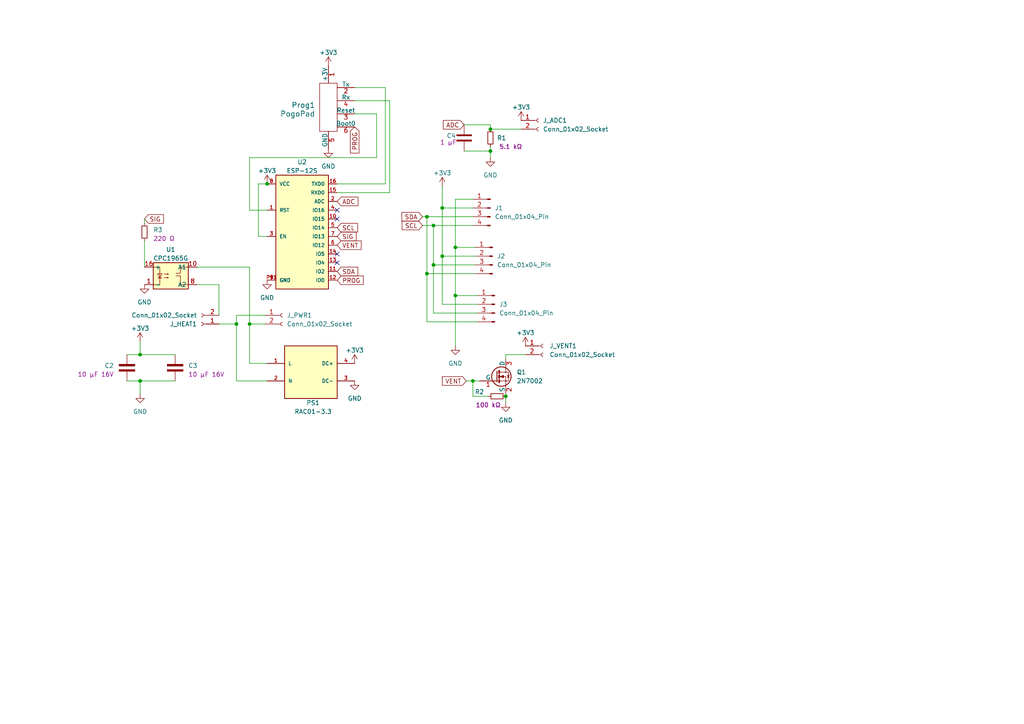
<source format=kicad_sch>
(kicad_sch (version 20230121) (generator eeschema)
  (paper "A4")
  (lib_symbols
    (symbol "Connector:Conn_01x02_Socket" (pin_names (offset 1.016) hide)
      (property "Reference" "J" (at 0 2.54 0))
      (property "Value" "Conn_01x02_Socket" (at 0 -5.08 0))
      (symbol "Conn_01x02_Socket_1_1"
        (arc (start 0 -2.032) (mid -0.5058 -2.54) (end 0 -3.048) (stroke (width 0.1524)))
        (polyline (pts (xy -1.27 -2.54) (xy -0.508 -2.54)) (stroke (width 0.1524)))
        (polyline (pts (xy -1.27 0) (xy -0.508 0)) (stroke (width 0.1524)))
        (arc (start 0 0.508) (mid -0.5058 0) (end 0 -0.508) (stroke (width 0.1524)))
        (pin passive line (at -5.08 0 0) (length 3.81) (name "Pin_1") (number "1"))
        (pin passive line (at -5.08 -2.54 0) (length 3.81) (name "Pin_2") (number "2"))
      )
    )
    (symbol "Connector:Conn_01x04_Pin" (pin_names (offset 1.016) hide)
      (property "Reference" "J" (at 0 5.08 0))
      (property "Value" "Conn_01x04_Pin" (at 0 -7.62 0))
      (symbol "Conn_01x04_Pin_1_1"
        (polyline (pts (xy 1.27 -5.08) (xy 0.8636 -5.08)) (stroke (width 0.1524)))
        (polyline (pts (xy 1.27 -2.54) (xy 0.8636 -2.54)) (stroke (width 0.1524)))
        (polyline (pts (xy 1.27 0) (xy 0.8636 0)) (stroke (width 0.1524)))
        (polyline (pts (xy 1.27 2.54) (xy 0.8636 2.54)) (stroke (width 0.1524)))
        (rectangle (start 0.8636 -4.953) (end 0 -5.207) (stroke (width 0.1524)) (fill (type outline)))
        (rectangle (start 0.8636 -2.413) (end 0 -2.667) (stroke (width 0.1524)) (fill (type outline)))
        (rectangle (start 0.8636 0.127) (end 0 -0.127) (stroke (width 0.1524)) (fill (type outline)))
        (rectangle (start 0.8636 2.667) (end 0 2.413) (stroke (width 0.1524)) (fill (type outline)))
        (pin passive line (at 5.08 2.54 180) (length 3.81) (name "Pin_1") (number "1"))
        (pin passive line (at 5.08 0 180) (length 3.81) (name "Pin_2") (number "2"))
        (pin passive line (at 5.08 -2.54 180) (length 3.81) (name "Pin_3") (number "3"))
        (pin passive line (at 5.08 -5.08 180) (length 3.81) (name "Pin_4") (number "4"))
      )
    )
    (symbol "localparts:CP_10µ_16V_0603" (pin_numbers hide) (pin_names (offset 0.254))
      (property "Reference" "C3" (at -3.048 1.016 0))
      (property "Display" "10 µF 16V" (at -3.048 -1.27 0))
      (symbol "CP_10µ_16V_0603_0_1"
        (rectangle (start -2.286 -0.508) (end 2.286 -1.016) (fill (type outline)))
        (rectangle (start -2.286 1.016) (end 2.286 0.508) (fill (type outline)))
      )
      (symbol "CP_10µ_16V_0603_1_1"
        (pin passive line (at 0 3.81 270) (length 2.794) (name "~") (number "1"))
        (pin passive line (at 0 -3.81 90) (length 2.794) (name "~") (number "2"))
      )
    )
    (symbol "localparts:CP_1µ_10V_0603" (pin_numbers hide) (pin_names (offset 0.254))
      (property "Reference" "C" (at -3.175 1.27 0))
      (property "Display" "1 µF" (at -3.175 -1.27 0))
      (symbol "CP_1µ_10V_0603_0_1"
        (polyline (pts (xy -2.032 -0.762) (xy 2.032 -0.762)) (stroke (width 0.508)))
        (polyline (pts (xy -2.032 0.762) (xy 2.032 0.762)) (stroke (width 0.508)))
      )
      (symbol "CP_1µ_10V_0603_1_1"
        (pin passive line (at 0 3.81 270) (length 2.794) (name "~") (number "1"))
        (pin passive line (at 0 -3.81 90) (length 2.794) (name "~") (number "2"))
      )
    )
    (symbol "localparts:R_100k_0603" (pin_numbers hide) (pin_names (offset 0.254) hide)
      (property "Reference" "R" (at -1.27 0.635 0))
      (property "Display" "100 kΩ" (at -1.27 -1.27 0))
      (symbol "R_100k_0603_0_1"
        (rectangle (start -0.762 1.778) (end 0.762 -1.778) (stroke (width 0.2032)))
      )
      (symbol "R_100k_0603_1_1"
        (pin passive line (at 0 2.54 270) (length 0.762) (name "~") (number "1"))
        (pin passive line (at 0 -2.54 90) (length 0.762) (name "~") (number "2"))
      )
    )
    (symbol "localparts:R_220_0603" (pin_numbers hide) (pin_names (offset 0.254) hide)
      (property "Reference" "R" (at -1.27 1.143 0))
      (property "Display" "220 Ω" (at -1.27 -1.016 0))
      (symbol "R_220_0603_0_1"
        (rectangle (start -0.762 1.778) (end 0.762 -1.778) (stroke (width 0.2032)))
      )
      (symbol "R_220_0603_1_1"
        (pin passive line (at 0 2.54 270) (length 0.762) (name "~") (number "1"))
        (pin passive line (at 0 -2.54 90) (length 0.762) (name "~") (number "2"))
      )
    )
    (symbol "localparts:R_5k1_0603" (pin_numbers hide) (pin_names (offset 0.254) hide)
      (property "Reference" "R" (at -1.27 0.635 0))
      (property "Value" "R_5k1_0603" (at 2.54 -1.27 0))
      (property "Display" "5.1 kΩ" (at -1.27 -1.27 0))
      (symbol "R_5k1_0603_0_1"
        (rectangle (start -0.762 1.778) (end 0.762 -1.778) (stroke (width 0.2032)))
      )
      (symbol "R_5k1_0603_1_1"
        (pin passive line (at 0 2.54 270) (length 0.762) (name "~") (number "1"))
        (pin passive line (at 0 -2.54 90) (length 0.762) (name "~") (number "2"))
      )
    )
    (symbol "localstuff:+3.3V" (power) (pin_names (offset 0))
      (property "Value" "+3.3V" (at 0 3.556 0))
      (symbol "+3.3V_0_1"
        (polyline (pts (xy -0.762 1.27) (xy 0 2.54)))
        (polyline (pts (xy 0 0) (xy 0 2.54)))
        (polyline (pts (xy 0 2.54) (xy 0.762 1.27)))
      )
      (symbol "+3.3V_1_1"
        (pin power_in line (at 0 0 90) (length 0) hide (name "+3V3") (number "1"))
      )
    )
    (symbol "localstuff:2N7002" (pin_names (offset 0))
      (property "Reference" "Q" (at 5.08 1.905 0))
      (property "Value" "2N7002" (at 5.08 0 0))
      (symbol "2N7002_0_1"
        (polyline (pts (xy 0.635 -1.016) (xy 0.635 -1.651)) (stroke (width 0.508)))
        (polyline (pts (xy 0.635 0.381) (xy 0.635 -0.381)) (stroke (width 0.508)))
        (polyline (pts (xy 0.635 1.651) (xy 0.635 1.016)) (stroke (width 0.508)))
        (polyline (pts (xy 3.048 0.381) (xy 2.921 0.254)))
        (polyline (pts (xy 3.048 0.381) (xy 3.556 0.381)))
        (polyline (pts (xy 3.556 0.381) (xy 3.683 0.508)))
        (polyline (pts (xy 0 1.524) (xy 0 -1.524) (xy 0 -1.524)) (stroke (width 0.254)))
        (polyline (pts (xy 0.762 -1.27) (xy 2.54 -1.27) (xy 2.54 -2.54) (xy 2.54 -2.54)))
        (polyline (pts (xy 0.762 1.27) (xy 2.54 1.27) (xy 2.54 2.54) (xy 2.54 2.54)))
        (polyline (pts (xy 2.54 1.27) (xy 3.302 1.27) (xy 3.302 -1.27) (xy 2.54 -1.27)))
        (polyline (pts (xy 3.302 0.381) (xy 3.048 -0.254) (xy 3.556 -0.254) (xy 3.302 0.381)) (fill (type outline)))
        (polyline (pts (xy 0.762 0) (xy 1.27 0) (xy 2.54 0) (xy 2.54 -1.27) (xy 2.54 -1.27)))
        (polyline (pts (xy 0.889 0) (xy 1.905 0.381) (xy 1.905 -0.381) (xy 0.889 0) (xy 1.016 0) (xy 1.016 0)) (fill (type outline)))
        (circle (center 1.27 0) (radius 2.8194) (stroke (width 0.254)))
        (circle (center 2.54 -1.27) (radius 0.127))
        (circle (center 2.54 1.27) (radius 0.127))
      )
      (symbol "2N7002_1_1"
        (pin passive line (at -5.08 -1.27 0) (length 5.08) (name "G") (number "1"))
        (pin passive line (at 2.54 -5.08 90) (length 2.54) (name "S") (number "2"))
        (pin passive line (at 2.54 5.08 270) (length 2.54) (name "D") (number "3"))
      )
    )
    (symbol "localstuff:CPC1965G"
      (property "Reference" "U" (at -5.08 5.08 0))
      (property "Value" "CPC1965G" (at 0 5.08 0))
      (symbol "CPC1965G_0_1"
        (rectangle (start -5.08 3.81) (end 5.08 -3.81) (stroke (width 0.254)) (fill (type background)))
        (polyline (pts (xy -3.81 -0.635) (xy -2.54 -0.635)))
        (polyline (pts (xy -5.08 2.54) (xy -3.175 2.54) (xy -3.175 -2.54) (xy -5.08 -2.54)))
        (polyline (pts (xy -3.175 -0.635) (xy -3.81 0.635) (xy -2.54 0.635) (xy -3.175 -0.635)))
        (polyline (pts (xy 1.524 0) (xy 2.794 0) (xy 2.794 -2.54) (xy 5.08 -2.54)))
        (polyline (pts (xy 1.524 0.762) (xy 2.794 0.762) (xy 2.794 2.54) (xy 5.08 2.54)))
        (polyline (pts (xy -1.905 -0.508) (xy -0.635 -0.508) (xy -1.016 -0.635) (xy -1.016 -0.381) (xy -0.635 -0.508)))
        (polyline (pts (xy -1.905 0.508) (xy -0.635 0.508) (xy -1.016 0.381) (xy -1.016 0.635) (xy -0.635 0.508)))
      )
      (symbol "CPC1965G_1_1"
        (pin passive line (at -7.62 -2.54 0) (length 2.54) (name "-") (number "1"))
        (pin passive line (at 7.62 2.54 180) (length 2.54) (name "A1") (number "10"))
        (pin passive line (at -7.62 2.54 0) (length 2.54) (name "+") (number "16"))
        (pin passive line (at 7.62 -2.54 180) (length 2.54) (name "A2") (number "8"))
      )
    )
    (symbol "localstuff:ESP-12S" (pin_names (offset 1.016))
      (property "Reference" "U" (at -7.62 18.034 0))
      (property "Value" "ESP-12S" (at -7.62 -15.494 0))
      (symbol "ESP-12S_0_0"
        (rectangle (start -7.62 -15.24) (end 7.62 17.78) (stroke (width 0.254)) (fill (type background)))
        (pin bidirectional line (at -10.16 7.62 0) (length 2.54) (name "RST") (number "1"))
        (pin bidirectional line (at 10.16 5.08 180) (length 2.54) (name "IO15") (number "10"))
        (pin bidirectional line (at 10.16 -10.16 180) (length 2.54) (name "IO2") (number "11"))
        (pin bidirectional line (at 10.16 -12.7 180) (length 2.54) (name "IO0") (number "12"))
        (pin bidirectional line (at 10.16 -7.62 180) (length 2.54) (name "IO4") (number "13"))
        (pin bidirectional line (at 10.16 -5.08 180) (length 2.54) (name "IO5") (number "14"))
        (pin bidirectional line (at 10.16 12.7 180) (length 2.54) (name "RXD0") (number "15"))
        (pin bidirectional line (at 10.16 15.24 180) (length 2.54) (name "TXD0") (number "16"))
        (pin bidirectional line (at 10.16 10.16 180) (length 2.54) (name "ADC") (number "2"))
        (pin bidirectional line (at -10.16 0 0) (length 2.54) (name "EN") (number "3"))
        (pin bidirectional line (at 10.16 7.62 180) (length 2.54) (name "IO16") (number "4"))
        (pin bidirectional line (at 10.16 2.54 180) (length 2.54) (name "IO14") (number "5"))
        (pin bidirectional line (at 10.16 -2.54 180) (length 2.54) (name "IO12") (number "6"))
        (pin bidirectional line (at 10.16 0 180) (length 2.54) (name "IO13") (number "7"))
        (pin bidirectional line (at -10.16 15.24 0) (length 2.54) (name "VCC") (number "8"))
        (pin bidirectional line (at -10.16 -12.7 0) (length 2.54) (name "GND") (number "9"))
        (pin bidirectional line (at -10.16 -12.7 0) (length 2.54) (name "GND") (number "P$1"))
      )
    )
    (symbol "localstuff:GND" (power) (pin_names (offset 0))
      (property "Value" "GND" (at 0 -3.81 0))
      (symbol "GND_0_1"
        (polyline (pts (xy 0 0) (xy 0 -1.27) (xy 1.27 -1.27) (xy 0 -2.54) (xy -1.27 -1.27) (xy 0 -1.27)))
      )
      (symbol "GND_1_1"
        (pin power_in line (at 0 0 270) (length 0) hide (name "GND") (number "1"))
      )
    )
    (symbol "localstuff:PogoPad" (pin_names (offset 0))
      (property "Reference" "Prog" (at -3.81 2.54 90))
      (property "Value" "PogoPad" (at -1.27 -7.62 90))
      (symbol "PogoPad_0_1"
        (rectangle (start -2.54 -7.62) (end 2.54 6.35))
      )
      (symbol "PogoPad_1_1"
        (pin power_out line (at 0 11.43 270) (length 5.08) (name "+3V") (number "1"))
        (pin input line (at 7.62 5.08 180) (length 5.08) (name "Tx") (number "2"))
        (pin output line (at 7.62 -2.54 180) (length 5.08) (name "Reset") (number "3"))
        (pin output line (at 7.62 1.27 180) (length 5.08) (name "Rx") (number "4"))
        (pin power_out line (at 0 -12.7 90) (length 5.08) (name "GND") (number "5"))
        (pin output line (at 7.62 -6.35 180) (length 5.08) (name "Boot0") (number "6"))
      )
    )
    (symbol "localstuff:RAC01-3.3" (pin_names (offset 1.016))
      (property "Reference" "PS" (at -7.116 8.1326 0))
      (property "Value" "RAC01-3.3" (at -7.6297 -10.1729 0))
      (symbol "RAC01-3.3_0_0"
        (rectangle (start -7.62 -7.62) (end 7.62 7.62) (stroke (width 0.254)) (fill (type background)))
        (pin input line (at -12.7 2.54 0) (length 5.08) (name "L") (number "1"))
        (pin input line (at -12.7 -2.54 0) (length 5.08) (name "N") (number "2"))
      )
      (symbol "RAC01-3.3_1_0"
        (pin output line (at 12.7 -2.54 180) (length 5.08) (name "DC-") (number "3"))
        (pin output line (at 12.7 2.54 180) (length 5.08) (name "DC+") (number "4"))
      )
    )
  )
  (junction (at 132.08 71.755))
  (junction (at 137.16 110.49))
  (junction (at 123.825 62.865))
  (junction (at 125.73 76.835))
  (junction (at 142.24 37.465))
  (junction (at 72.39 93.98))
  (junction (at 132.08 85.725))
  (junction (at 128.27 60.325))
  (junction (at 40.64 102.87))
  (junction (at 128.27 74.295))
  (junction (at 40.64 110.49))
  (junction (at 142.24 43.815))
  (junction (at 77.47 53.34))
  (junction (at 125.73 65.405))
  (junction (at 123.825 79.375))
  (junction (at 68.58 93.98))
  (junction (at 146.685 114.935))
  (no_connect (at 97.79 63.5))
  (no_connect (at 97.79 73.66))
  (no_connect (at 97.79 76.2))
  (no_connect (at 97.79 60.96))
  (wire (pts (xy 72.39 45.72) (xy 109.22 45.72)))
  (wire (pts (xy 138.43 88.265) (xy 128.27 88.265)))
  (wire (pts (xy 123.825 79.375) (xy 123.825 62.865)))
  (wire (pts (xy 128.27 74.295) (xy 128.27 60.325)))
  (wire (pts (xy 152.4 102.87) (xy 146.685 102.87)))
  (wire (pts (xy 41.91 69.85) (xy 41.91 77.47)))
  (wire (pts (xy 74.93 53.34) (xy 77.47 53.34)))
  (wire (pts (xy 128.27 88.265) (xy 128.27 74.295)))
  (wire (pts (xy 141.605 114.935) (xy 137.16 114.935)))
  (wire (pts (xy 142.24 37.465) (xy 151.13 37.465)))
  (wire (pts (xy 77.47 60.96) (xy 72.39 60.96)))
  (wire (pts (xy 72.39 77.47) (xy 72.39 93.98)))
  (wire (pts (xy 102.87 29.21) (xy 113.03 29.21)))
  (wire (pts (xy 97.79 53.34) (xy 111.76 53.34)))
  (wire (pts (xy 142.24 36.195) (xy 142.24 37.465)))
  (wire (pts (xy 128.27 60.325) (xy 137.16 60.325)))
  (wire (pts (xy 146.685 114.3) (xy 146.685 114.935)))
  (wire (pts (xy 137.16 57.785) (xy 132.08 57.785)))
  (wire (pts (xy 142.24 45.72) (xy 142.24 43.815)))
  (wire (pts (xy 72.39 93.98) (xy 76.835 93.98)))
  (wire (pts (xy 137.795 74.295) (xy 128.27 74.295)))
  (wire (pts (xy 68.58 91.44) (xy 68.58 93.98)))
  (wire (pts (xy 138.43 93.345) (xy 123.825 93.345)))
  (wire (pts (xy 137.16 110.49) (xy 139.065 110.49)))
  (wire (pts (xy 97.79 55.88) (xy 113.03 55.88)))
  (wire (pts (xy 36.83 102.87) (xy 40.64 102.87)))
  (wire (pts (xy 137.795 76.835) (xy 125.73 76.835)))
  (wire (pts (xy 41.91 64.77) (xy 41.91 63.5)))
  (wire (pts (xy 146.685 114.935) (xy 146.685 116.84)))
  (wire (pts (xy 125.73 65.405) (xy 122.555 65.405)))
  (wire (pts (xy 40.64 110.49) (xy 40.64 114.3)))
  (wire (pts (xy 57.15 82.55) (xy 63.5 82.55)))
  (wire (pts (xy 132.08 85.725) (xy 132.08 71.755)))
  (wire (pts (xy 36.83 110.49) (xy 40.64 110.49)))
  (wire (pts (xy 137.795 79.375) (xy 123.825 79.375)))
  (wire (pts (xy 142.24 43.815) (xy 142.24 42.545)))
  (wire (pts (xy 125.73 76.835) (xy 125.73 65.405)))
  (wire (pts (xy 132.08 85.725) (xy 138.43 85.725)))
  (wire (pts (xy 123.825 93.345) (xy 123.825 79.375)))
  (wire (pts (xy 134.62 36.195) (xy 142.24 36.195)))
  (wire (pts (xy 111.76 25.4) (xy 111.76 53.34)))
  (wire (pts (xy 123.825 62.865) (xy 137.16 62.865)))
  (wire (pts (xy 122.555 62.865) (xy 123.825 62.865)))
  (wire (pts (xy 102.87 25.4) (xy 111.76 25.4)))
  (wire (pts (xy 77.47 110.49) (xy 68.58 110.49)))
  (wire (pts (xy 128.27 53.975) (xy 128.27 60.325)))
  (wire (pts (xy 135.255 110.49) (xy 137.16 110.49)))
  (wire (pts (xy 77.47 105.41) (xy 72.39 105.41)))
  (wire (pts (xy 63.5 93.98) (xy 68.58 93.98)))
  (wire (pts (xy 125.73 90.805) (xy 125.73 76.835)))
  (wire (pts (xy 57.15 77.47) (xy 72.39 77.47)))
  (wire (pts (xy 72.39 60.96) (xy 72.39 45.72)))
  (wire (pts (xy 40.64 110.49) (xy 50.8 110.49)))
  (wire (pts (xy 63.5 82.55) (xy 63.5 91.44)))
  (wire (pts (xy 68.58 93.98) (xy 68.58 110.49)))
  (wire (pts (xy 72.39 105.41) (xy 72.39 93.98)))
  (wire (pts (xy 76.835 91.44) (xy 68.58 91.44)))
  (wire (pts (xy 137.16 114.935) (xy 137.16 110.49)))
  (wire (pts (xy 74.93 68.58) (xy 74.93 53.34)))
  (wire (pts (xy 137.16 65.405) (xy 125.73 65.405)))
  (wire (pts (xy 132.08 71.755) (xy 137.795 71.755)))
  (wire (pts (xy 146.685 102.87) (xy 146.685 104.14)))
  (wire (pts (xy 40.64 102.87) (xy 50.8 102.87)))
  (wire (pts (xy 132.08 100.33) (xy 132.08 85.725)))
  (wire (pts (xy 138.43 90.805) (xy 125.73 90.805)))
  (wire (pts (xy 40.64 99.06) (xy 40.64 102.87)))
  (wire (pts (xy 132.08 57.785) (xy 132.08 71.755)))
  (wire (pts (xy 102.87 33.02) (xy 109.22 33.02)))
  (wire (pts (xy 77.47 68.58) (xy 74.93 68.58)))
  (wire (pts (xy 113.03 29.21) (xy 113.03 55.88)))
  (wire (pts (xy 134.62 43.815) (xy 142.24 43.815)))
  (wire (pts (xy 109.22 45.72) (xy 109.22 33.02)))
  (global_label "SDA" (shape input) (at 122.555 62.865 180) (property "Intersheetrefs" "${INTERSHEET_REFS}" (effects hide)))
  (global_label "SCL" (shape input) (at 122.555 65.405 180) (property "Intersheetrefs" "${INTERSHEET_REFS}" (effects hide)))
  (global_label "VENT" (shape input) (at 97.79 71.12 0) (property "Intersheetrefs" "${INTERSHEET_REFS}" (effects hide)))
  (global_label "ADC" (shape input) (at 97.79 58.42 0) (property "Intersheetrefs" "${INTERSHEET_REFS}" (effects hide)))
  (global_label "SIG" (shape input) (at 41.91 63.5 0) (property "Intersheetrefs" "${INTERSHEET_REFS}" (effects hide)))
  (global_label "PROG" (shape input) (at 102.87 36.83 270) (property "Intersheetrefs" "${INTERSHEET_REFS}" (effects hide)))
  (global_label "SCL" (shape input) (at 97.79 66.04 0) (property "Intersheetrefs" "${INTERSHEET_REFS}" (effects hide)))
  (global_label "SIG" (shape input) (at 97.79 68.58 0) (property "Intersheetrefs" "${INTERSHEET_REFS}" (effects hide)))
  (global_label "PROG" (shape input) (at 97.79 81.28 0) (property "Intersheetrefs" "${INTERSHEET_REFS}" (effects hide)))
  (global_label "ADC" (shape input) (at 134.62 36.195 180) (property "Intersheetrefs" "${INTERSHEET_REFS}" (effects hide)))
  (global_label "VENT" (shape input) (at 135.255 110.49 180) (property "Intersheetrefs" "${INTERSHEET_REFS}" (effects hide)))
  (global_label "SDA" (shape input) (at 97.79 78.74 0) (property "Intersheetrefs" "${INTERSHEET_REFS}" (effects hide)))
  (symbol (lib_id "localparts:R_5k1_0603") (at 142.24 40.005 0) (unit 1)
    (property "Reference" "R1" (at 144.145 40.005 0) (effects (justify left)))
    (property "Value" "R_5k1_0603" (effects hide))
    (property "Footprint" "Resistor_SMD:R_0603_1608Metric" (effects hide))
    (property "Display" "5.1 kΩ" (at 144.78 42.545 0) (effects (justify left)))
    (property "LCSC" "C23186" (effects hide))
  )
  (symbol (lib_id "localstuff:PogoPad") (at 95.25 30.48 0) (unit 1)
    (property "Reference" "Prog1" (at 91.44 30.48 0) (effects (font (size 1.524 1.524)) (justify right)))
    (property "Value" "PogoPad" (at 91.44 33.02 0) (effects (font (size 1.524 1.524)) (justify right)))
    (property "Footprint" "localstuff:2X3_PAD" (effects hide))
  )
  (symbol (lib_id "Connector:Conn_01x02_Socket") (at 157.48 100.33 0) (unit 1)
    (property "Reference" "J_VENT1" (at 159.385 100.33 0) (effects (justify left)))
    (property "Value" "Conn_01x02_Socket" (at 159.385 102.87 0) (effects (justify left)))
    (property "Footprint" "Connector_JST:JST_XA_B02B-XASK-1_1x02_P2.50mm_Vertical" (effects hide))
  )
  (symbol (lib_id "localstuff:GND") (at 41.91 82.55 0) (unit 1)
    (property "Reference" "#PWR0105" (effects hide))
    (property "Value" "GND" (at 41.91 87.63 0))
  )
  (symbol (lib_id "localstuff:GND") (at 102.87 110.49 0) (unit 1)
    (property "Reference" "#PWR0103" (effects hide))
    (property "Value" "GND" (at 102.87 115.57 0))
  )
  (symbol (lib_id "localstuff:+3.3V") (at 151.13 34.925 0) (unit 1)
    (property "Reference" "#PWR01" (effects hide))
    (property "Value" "+3.3V" (at 151.13 31.115 0))
  )
  (symbol (lib_id "localstuff:+3.3V") (at 128.27 53.975 0) (unit 1)
    (property "Reference" "#PWR04" (effects hide))
    (property "Value" "+3.3V" (at 128.27 50.165 0))
  )
  (symbol (lib_id "Connector:Conn_01x02_Socket") (at 58.42 93.98 180) (unit 1)
    (property "Reference" "J_HEAT1" (at 57.15 93.98 0) (effects (justify left)))
    (property "Value" "Conn_01x02_Socket" (at 57.15 91.44 0) (effects (justify left)))
    (property "Footprint" "localstuff:1X02_GN" (effects hide))
  )
  (symbol (lib_id "localstuff:GND") (at 77.47 81.28 0) (unit 1)
    (property "Reference" "#PWR0110" (effects hide))
    (property "Value" "GND" (at 77.47 86.36 0))
  )
  (symbol (lib_id "localparts:CP_10µ_16V_0603") (at 36.83 106.68 0) (mirror y) (unit 1)
    (property "Reference" "C2" (at 33.02 106.045 0) (effects (justify left)))
    (property "Value" "CP_10µ_16V_0603" (effects hide))
    (property "Footprint" "Capacitor_SMD:C_0603_1608Metric" (effects hide))
    (property "Display" "10 µF 16V" (at 33.02 108.585 0) (effects (justify left)))
  )
  (symbol (lib_id "localstuff:GND") (at 146.685 116.84 0) (unit 1)
    (property "Reference" "#PWR06" (effects hide))
    (property "Value" "GND" (at 146.685 121.92 0))
  )
  (symbol (lib_id "localstuff:+3.3V") (at 40.64 99.06 0) (unit 1)
    (property "Reference" "#PWR0102" (effects hide))
    (property "Value" "+3.3V" (at 40.64 95.25 0))
  )
  (symbol (lib_id "Connector:Conn_01x04_Pin") (at 142.875 74.295 0) (mirror y) (unit 1)
    (property "Reference" "J2" (at 144.145 74.295 0) (effects (justify right)))
    (property "Value" "Conn_01x04_Pin" (at 144.145 76.835 0) (effects (justify right)))
    (property "Footprint" "Connector_JST:JST_XH_B4B-XH-A_1x04_P2.50mm_Vertical" (effects hide))
  )
  (symbol (lib_id "Connector:Conn_01x02_Socket") (at 81.915 91.44 0) (unit 1)
    (property "Reference" "J_PWR1" (at 83.185 91.44 0) (effects (justify left)))
    (property "Value" "Conn_01x02_Socket" (at 83.185 93.98 0) (effects (justify left)))
    (property "Footprint" "localstuff:1X02_GN" (effects hide))
  )
  (symbol (lib_id "localstuff:GND") (at 40.64 114.3 0) (unit 1)
    (property "Reference" "#PWR0101" (effects hide))
    (property "Value" "GND" (at 40.64 119.38 0))
  )
  (symbol (lib_id "localstuff:+3.3V") (at 77.47 53.34 0) (unit 1)
    (property "Reference" "#PWR0111" (effects hide))
    (property "Value" "+3.3V" (at 77.47 49.53 0))
  )
  (symbol (lib_id "localstuff:GND") (at 132.08 100.33 0) (unit 1)
    (property "Reference" "#PWR03" (effects hide))
    (property "Value" "GND" (at 132.08 105.41 0))
  )
  (symbol (lib_id "localstuff:ESP-12S") (at 87.63 68.58 0) (unit 1)
    (property "Reference" "U2" (at 87.63 46.99 0))
    (property "Value" "ESP-12S" (at 87.63 49.53 0))
    (property "Footprint" "localstuff:ESP-12S" (effects hide))
    (property "PROD_ID" "IC-14115" (effects hide))
  )
  (symbol (lib_id "localparts:CP_1µ_10V_0603") (at 134.62 40.005 0) (unit 1)
    (property "Reference" "C4" (at 129.54 39.37 0) (effects (justify left)))
    (property "Value" "CP_1µ_10V_0603" (effects hide))
    (property "Footprint" "Capacitor_SMD:C_0603_1608Metric" (effects hide))
    (property "Farnell" "3013419" (effects hide))
    (property "Display" "1 µF" (at 127.635 41.275 0) (effects (justify left)))
    (property "LCSC" "C15849" (effects hide))
  )
  (symbol (lib_id "localstuff:2N7002") (at 144.145 109.22 0) (unit 1)
    (property "Reference" "Q1" (at 149.86 107.95 0) (effects (justify left)))
    (property "Value" "2N7002" (at 149.86 110.49 0) (effects (justify left)))
    (property "Footprint" "Package_TO_SOT_SMD:SOT-23" (effects hide))
  )
  (symbol (lib_id "localparts:CP_10µ_16V_0603") (at 50.8 106.68 0) (unit 1)
    (property "Reference" "C3" (at 54.61 106.045 0) (effects (justify left)))
    (property "Value" "CP_10µ_16V_0603" (effects hide))
    (property "Footprint" "Capacitor_SMD:C_0603_1608Metric" (effects hide))
    (property "Display" "10 µF 16V" (at 54.61 108.585 0) (effects (justify left)))
  )
  (symbol (lib_id "localparts:R_220_0603") (at 41.91 67.31 0) (unit 1)
    (property "Reference" "R3" (at 44.45 66.675 0) (effects (justify left)))
    (property "Value" "R_220_0603" (effects hide))
    (property "Footprint" "Resistor_SMD:R_0603_1608Metric" (effects hide))
    (property "Display" "220 Ω" (at 44.45 69.215 0) (effects (justify left)))
  )
  (symbol (lib_id "localstuff:CPC1965G") (at 49.53 80.01 0) (unit 1)
    (property "Reference" "U1" (at 49.53 72.39 0))
    (property "Value" "CPC1965G" (at 49.53 74.93 0))
    (property "Footprint" "localstuff:DIL16-CPC1965G" (effects hide))
  )
  (symbol (lib_id "Connector:Conn_01x02_Socket") (at 156.21 34.925 0) (unit 1)
    (property "Reference" "J_ADC1" (at 157.48 34.925 0) (effects (justify left)))
    (property "Value" "Conn_01x02_Socket" (at 157.48 37.465 0) (effects (justify left)))
    (property "Footprint" "Connector_JST:JST_XA_B02B-XASK-1_1x02_P2.50mm_Vertical" (effects hide))
  )
  (symbol (lib_id "localstuff:GND") (at 95.25 43.18 0) (unit 1)
    (property "Reference" "#PWR0113" (effects hide))
    (property "Value" "GND" (at 95.25 48.26 0))
  )
  (symbol (lib_id "Connector:Conn_01x04_Pin") (at 142.24 60.325 0) (mirror y) (unit 1)
    (property "Reference" "J1" (at 143.51 60.325 0) (effects (justify right)))
    (property "Value" "Conn_01x04_Pin" (at 143.51 62.865 0) (effects (justify right)))
    (property "Footprint" "Connector_JST:JST_XH_B4B-XH-A_1x04_P2.50mm_Vertical" (effects hide))
  )
  (symbol (lib_id "Connector:Conn_01x04_Pin") (at 143.51 88.265 0) (mirror y) (unit 1)
    (property "Reference" "J3" (at 144.78 88.265 0) (effects (justify right)))
    (property "Value" "Conn_01x04_Pin" (at 144.78 90.805 0) (effects (justify right)))
    (property "Footprint" "Connector_JST:JST_XH_B4B-XH-A_1x04_P2.50mm_Vertical" (effects hide))
  )
  (symbol (lib_id "localstuff:+3.3V") (at 102.87 105.41 0) (unit 1)
    (property "Reference" "#PWR0104" (effects hide))
    (property "Value" "+3.3V" (at 102.87 101.6 0))
  )
  (symbol (lib_id "localstuff:+3.3V") (at 95.25 19.05 0) (unit 1)
    (property "Reference" "#PWR0112" (effects hide))
    (property "Value" "+3.3V" (at 95.25 15.24 0))
  )
  (symbol (lib_id "localstuff:GND") (at 142.24 45.72 0) (unit 1)
    (property "Reference" "#PWR02" (effects hide))
    (property "Value" "GND" (at 142.24 50.8 0))
  )
  (symbol (lib_id "localstuff:+3.3V") (at 152.4 100.33 0) (unit 1)
    (property "Reference" "#PWR05" (effects hide))
    (property "Value" "+3.3V" (at 152.4 96.52 0))
  )
  (symbol (lib_id "localparts:R_100k_0603") (at 144.145 114.935 90) (unit 1)
    (property "Reference" "R2" (at 139.065 113.665 90))
    (property "Value" "R_100k_0603" (effects hide))
    (property "Footprint" "Resistor_SMD:R_0603_1608Metric" (effects hide))
    (property "Display" "100 kΩ" (at 141.605 117.475 90))
  )
  (symbol (lib_id "localstuff:RAC01-3.3") (at 90.17 107.95 0) (unit 1)
    (property "Reference" "PS1" (at 90.805 116.84 0))
    (property "Value" "RAC01-3.3" (at 90.805 119.38 0))
    (property "Footprint" "localstuff:RAC01-3.3" (effects hide))
    (property "MANUFACTURER" "Vigortronix" (effects hide))
  )
)
</source>
